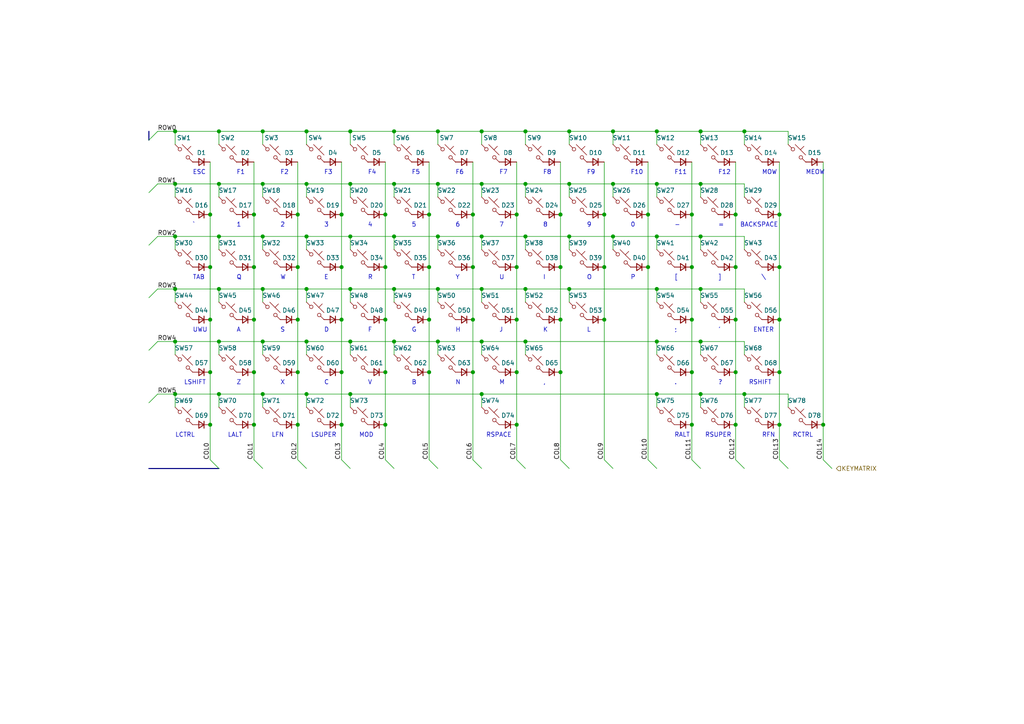
<source format=kicad_sch>
(kicad_sch (version 20210406) (generator eeschema)
  (paper "A4")
  (junction (at 50.8 38.1) (diameter 1.016))
  (junction (at 50.8 53.34) (diameter 1.016))
  (junction (at 50.8 68.58) (diameter 1.016))
  (junction (at 50.8 83.82) (diameter 1.016))
  (junction (at 50.8 99.06) (diameter 1.016))
  (junction (at 50.8 114.3) (diameter 1.016))
  (junction (at 60.96 62.23) (diameter 1.016))
  (junction (at 60.96 77.47) (diameter 1.016))
  (junction (at 60.96 92.71) (diameter 1.016))
  (junction (at 60.96 107.95) (diameter 1.016))
  (junction (at 60.96 123.19) (diameter 1.016))
  (junction (at 63.5 38.1) (diameter 1.016))
  (junction (at 63.5 53.34) (diameter 1.016))
  (junction (at 63.5 68.58) (diameter 1.016))
  (junction (at 63.5 83.82) (diameter 1.016))
  (junction (at 63.5 99.06) (diameter 1.016))
  (junction (at 63.5 114.3) (diameter 1.016))
  (junction (at 73.66 62.23) (diameter 1.016))
  (junction (at 73.66 77.47) (diameter 1.016))
  (junction (at 73.66 92.71) (diameter 1.016))
  (junction (at 73.66 107.95) (diameter 1.016))
  (junction (at 73.66 123.19) (diameter 1.016))
  (junction (at 76.2 38.1) (diameter 1.016))
  (junction (at 76.2 53.34) (diameter 1.016))
  (junction (at 76.2 68.58) (diameter 1.016))
  (junction (at 76.2 83.82) (diameter 1.016))
  (junction (at 76.2 99.06) (diameter 1.016))
  (junction (at 76.2 114.3) (diameter 1.016))
  (junction (at 86.36 62.23) (diameter 1.016))
  (junction (at 86.36 77.47) (diameter 1.016))
  (junction (at 86.36 92.71) (diameter 1.016))
  (junction (at 86.36 107.95) (diameter 1.016))
  (junction (at 86.36 123.19) (diameter 1.016))
  (junction (at 88.9 38.1) (diameter 1.016))
  (junction (at 88.9 53.34) (diameter 1.016))
  (junction (at 88.9 68.58) (diameter 1.016))
  (junction (at 88.9 83.82) (diameter 1.016))
  (junction (at 88.9 99.06) (diameter 1.016))
  (junction (at 88.9 114.3) (diameter 1.016))
  (junction (at 99.06 62.23) (diameter 1.016))
  (junction (at 99.06 77.47) (diameter 1.016))
  (junction (at 99.06 92.71) (diameter 1.016))
  (junction (at 99.06 107.95) (diameter 1.016))
  (junction (at 99.06 123.19) (diameter 1.016))
  (junction (at 101.6 38.1) (diameter 1.016))
  (junction (at 101.6 53.34) (diameter 1.016))
  (junction (at 101.6 68.58) (diameter 1.016))
  (junction (at 101.6 83.82) (diameter 1.016))
  (junction (at 101.6 99.06) (diameter 1.016))
  (junction (at 101.6 114.3) (diameter 1.016))
  (junction (at 111.76 62.23) (diameter 1.016))
  (junction (at 111.76 77.47) (diameter 1.016))
  (junction (at 111.76 92.71) (diameter 1.016))
  (junction (at 111.76 107.95) (diameter 1.016))
  (junction (at 111.76 123.19) (diameter 1.016))
  (junction (at 114.3 38.1) (diameter 1.016))
  (junction (at 114.3 53.34) (diameter 1.016))
  (junction (at 114.3 68.58) (diameter 1.016))
  (junction (at 114.3 83.82) (diameter 1.016))
  (junction (at 114.3 99.06) (diameter 1.016))
  (junction (at 124.46 62.23) (diameter 1.016))
  (junction (at 124.46 77.47) (diameter 1.016))
  (junction (at 124.46 92.71) (diameter 1.016))
  (junction (at 124.46 107.95) (diameter 1.016))
  (junction (at 127 38.1) (diameter 1.016))
  (junction (at 127 53.34) (diameter 1.016))
  (junction (at 127 68.58) (diameter 1.016))
  (junction (at 127 83.82) (diameter 1.016))
  (junction (at 127 99.06) (diameter 1.016))
  (junction (at 137.16 62.23) (diameter 1.016))
  (junction (at 137.16 77.47) (diameter 1.016))
  (junction (at 137.16 92.71) (diameter 1.016))
  (junction (at 137.16 107.95) (diameter 1.016))
  (junction (at 139.7 38.1) (diameter 1.016))
  (junction (at 139.7 53.34) (diameter 1.016))
  (junction (at 139.7 68.58) (diameter 1.016))
  (junction (at 139.7 83.82) (diameter 1.016))
  (junction (at 139.7 99.06) (diameter 1.016))
  (junction (at 139.7 114.3) (diameter 1.016))
  (junction (at 149.86 62.23) (diameter 1.016))
  (junction (at 149.86 77.47) (diameter 1.016))
  (junction (at 149.86 92.71) (diameter 1.016))
  (junction (at 149.86 107.95) (diameter 1.016))
  (junction (at 149.86 123.19) (diameter 1.016))
  (junction (at 152.4 38.1) (diameter 1.016))
  (junction (at 152.4 53.34) (diameter 1.016))
  (junction (at 152.4 68.58) (diameter 1.016))
  (junction (at 152.4 83.82) (diameter 1.016))
  (junction (at 152.4 99.06) (diameter 1.016))
  (junction (at 162.56 62.23) (diameter 1.016))
  (junction (at 162.56 77.47) (diameter 1.016))
  (junction (at 162.56 92.71) (diameter 1.016))
  (junction (at 162.56 107.95) (diameter 1.016))
  (junction (at 165.1 38.1) (diameter 1.016))
  (junction (at 165.1 53.34) (diameter 1.016))
  (junction (at 165.1 68.58) (diameter 1.016))
  (junction (at 165.1 83.82) (diameter 1.016))
  (junction (at 175.26 62.23) (diameter 1.016))
  (junction (at 175.26 77.47) (diameter 1.016))
  (junction (at 175.26 92.71) (diameter 1.016))
  (junction (at 177.8 38.1) (diameter 1.016))
  (junction (at 177.8 53.34) (diameter 1.016))
  (junction (at 177.8 68.58) (diameter 1.016))
  (junction (at 187.96 62.23) (diameter 1.016))
  (junction (at 187.96 77.47) (diameter 1.016))
  (junction (at 190.5 38.1) (diameter 1.016))
  (junction (at 190.5 53.34) (diameter 1.016))
  (junction (at 190.5 68.58) (diameter 1.016))
  (junction (at 190.5 83.82) (diameter 1.016))
  (junction (at 190.5 99.06) (diameter 1.016))
  (junction (at 190.5 114.3) (diameter 1.016))
  (junction (at 200.66 62.23) (diameter 1.016))
  (junction (at 200.66 77.47) (diameter 1.016))
  (junction (at 200.66 92.71) (diameter 1.016))
  (junction (at 200.66 107.95) (diameter 1.016))
  (junction (at 200.66 123.19) (diameter 1.016))
  (junction (at 203.2 38.1) (diameter 1.016))
  (junction (at 203.2 53.34) (diameter 1.016))
  (junction (at 203.2 68.58) (diameter 1.016))
  (junction (at 203.2 83.82) (diameter 1.016))
  (junction (at 203.2 99.06) (diameter 1.016))
  (junction (at 203.2 114.3) (diameter 1.016))
  (junction (at 213.36 62.23) (diameter 1.016))
  (junction (at 213.36 77.47) (diameter 1.016))
  (junction (at 213.36 92.71) (diameter 1.016))
  (junction (at 213.36 107.95) (diameter 1.016))
  (junction (at 213.36 123.19) (diameter 1.016))
  (junction (at 215.9 38.1) (diameter 1.016))
  (junction (at 215.9 114.3) (diameter 1.016))
  (junction (at 226.06 62.23) (diameter 1.016))
  (junction (at 226.06 77.47) (diameter 1.016))
  (junction (at 226.06 92.71) (diameter 1.016))
  (junction (at 226.06 107.95) (diameter 1.016))
  (junction (at 226.06 123.19) (diameter 1.016))
  (junction (at 238.76 123.19) (diameter 1.016))
  (bus_entry (at 45.72 38.1) (size -2.54 2.54) (stroke (width 0.1524)))
  (bus_entry (at 45.72 53.34) (size -2.54 2.54) (stroke (width 0.1524)))
  (bus_entry (at 45.72 68.58) (size -2.54 2.54) (stroke (width 0.1524)))
  (bus_entry (at 45.72 83.82) (size -2.54 2.54) (stroke (width 0.1524)))
  (bus_entry (at 45.72 99.06) (size -2.54 2.54) (stroke (width 0.1524)))
  (bus_entry (at 45.72 114.3) (size -2.54 2.54) (stroke (width 0.1524)))
  (bus_entry (at 60.96 133.35) (size 2.54 2.54) (stroke (width 0.1524)))
  (bus_entry (at 73.66 133.35) (size 2.54 2.54) (stroke (width 0.1524)))
  (bus_entry (at 86.36 133.35) (size 2.54 2.54) (stroke (width 0.1524)))
  (bus_entry (at 99.06 133.35) (size 2.54 2.54) (stroke (width 0.1524)))
  (bus_entry (at 111.76 133.35) (size 2.54 2.54) (stroke (width 0.1524)))
  (bus_entry (at 124.46 133.35) (size 2.54 2.54) (stroke (width 0.1524)))
  (bus_entry (at 137.16 133.35) (size 2.54 2.54) (stroke (width 0.1524)))
  (bus_entry (at 149.86 133.35) (size 2.54 2.54) (stroke (width 0.1524)))
  (bus_entry (at 162.56 133.35) (size 2.54 2.54) (stroke (width 0.1524)))
  (bus_entry (at 175.26 133.35) (size 2.54 2.54) (stroke (width 0.1524)))
  (bus_entry (at 187.96 133.35) (size 2.54 2.54) (stroke (width 0.1524)))
  (bus_entry (at 200.66 133.35) (size 2.54 2.54) (stroke (width 0.1524)))
  (bus_entry (at 213.36 133.35) (size 2.54 2.54) (stroke (width 0.1524)))
  (bus_entry (at 226.06 133.35) (size 2.54 2.54) (stroke (width 0.1524)))
  (bus_entry (at 238.76 133.35) (size 2.54 2.54) (stroke (width 0.1524)))
  (wire (pts (xy 45.72 38.1) (xy 50.8 38.1)))
  (wire (pts (xy 45.72 53.34) (xy 50.8 53.34)))
  (wire (pts (xy 45.72 68.58) (xy 50.8 68.58)))
  (wire (pts (xy 45.72 83.82) (xy 50.8 83.82)))
  (wire (pts (xy 45.72 99.06) (xy 50.8 99.06)))
  (wire (pts (xy 45.72 114.3) (xy 50.8 114.3)))
  (wire (pts (xy 50.8 38.1) (xy 50.8 41.91)))
  (wire (pts (xy 50.8 38.1) (xy 63.5 38.1)))
  (wire (pts (xy 50.8 53.34) (xy 50.8 57.15)))
  (wire (pts (xy 50.8 53.34) (xy 63.5 53.34)))
  (wire (pts (xy 50.8 68.58) (xy 50.8 72.39)))
  (wire (pts (xy 50.8 68.58) (xy 63.5 68.58)))
  (wire (pts (xy 50.8 83.82) (xy 50.8 87.63)))
  (wire (pts (xy 50.8 83.82) (xy 63.5 83.82)))
  (wire (pts (xy 50.8 99.06) (xy 50.8 102.87)))
  (wire (pts (xy 50.8 99.06) (xy 63.5 99.06)))
  (wire (pts (xy 50.8 114.3) (xy 50.8 118.11)))
  (wire (pts (xy 50.8 114.3) (xy 63.5 114.3)))
  (wire (pts (xy 60.96 46.99) (xy 60.96 62.23)))
  (wire (pts (xy 60.96 62.23) (xy 60.96 77.47)))
  (wire (pts (xy 60.96 77.47) (xy 60.96 92.71)))
  (wire (pts (xy 60.96 92.71) (xy 60.96 107.95)))
  (wire (pts (xy 60.96 107.95) (xy 60.96 123.19)))
  (wire (pts (xy 60.96 123.19) (xy 60.96 133.35)))
  (wire (pts (xy 63.5 38.1) (xy 63.5 41.91)))
  (wire (pts (xy 63.5 38.1) (xy 76.2 38.1)))
  (wire (pts (xy 63.5 53.34) (xy 63.5 57.15)))
  (wire (pts (xy 63.5 53.34) (xy 76.2 53.34)))
  (wire (pts (xy 63.5 68.58) (xy 63.5 72.39)))
  (wire (pts (xy 63.5 68.58) (xy 76.2 68.58)))
  (wire (pts (xy 63.5 83.82) (xy 63.5 87.63)))
  (wire (pts (xy 63.5 83.82) (xy 76.2 83.82)))
  (wire (pts (xy 63.5 99.06) (xy 63.5 102.87)))
  (wire (pts (xy 63.5 99.06) (xy 76.2 99.06)))
  (wire (pts (xy 63.5 114.3) (xy 63.5 118.11)))
  (wire (pts (xy 63.5 114.3) (xy 76.2 114.3)))
  (wire (pts (xy 73.66 46.99) (xy 73.66 62.23)))
  (wire (pts (xy 73.66 62.23) (xy 73.66 77.47)))
  (wire (pts (xy 73.66 77.47) (xy 73.66 92.71)))
  (wire (pts (xy 73.66 92.71) (xy 73.66 107.95)))
  (wire (pts (xy 73.66 107.95) (xy 73.66 123.19)))
  (wire (pts (xy 73.66 123.19) (xy 73.66 133.35)))
  (wire (pts (xy 76.2 38.1) (xy 76.2 41.91)))
  (wire (pts (xy 76.2 38.1) (xy 88.9 38.1)))
  (wire (pts (xy 76.2 53.34) (xy 76.2 57.15)))
  (wire (pts (xy 76.2 53.34) (xy 88.9 53.34)))
  (wire (pts (xy 76.2 68.58) (xy 76.2 72.39)))
  (wire (pts (xy 76.2 68.58) (xy 88.9 68.58)))
  (wire (pts (xy 76.2 83.82) (xy 76.2 87.63)))
  (wire (pts (xy 76.2 83.82) (xy 88.9 83.82)))
  (wire (pts (xy 76.2 99.06) (xy 76.2 102.87)))
  (wire (pts (xy 76.2 99.06) (xy 88.9 99.06)))
  (wire (pts (xy 76.2 114.3) (xy 76.2 118.11)))
  (wire (pts (xy 76.2 114.3) (xy 88.9 114.3)))
  (wire (pts (xy 86.36 46.99) (xy 86.36 62.23)))
  (wire (pts (xy 86.36 62.23) (xy 86.36 77.47)))
  (wire (pts (xy 86.36 77.47) (xy 86.36 92.71)))
  (wire (pts (xy 86.36 92.71) (xy 86.36 107.95)))
  (wire (pts (xy 86.36 107.95) (xy 86.36 123.19)))
  (wire (pts (xy 86.36 123.19) (xy 86.36 133.35)))
  (wire (pts (xy 88.9 38.1) (xy 88.9 41.91)))
  (wire (pts (xy 88.9 38.1) (xy 101.6 38.1)))
  (wire (pts (xy 88.9 53.34) (xy 88.9 57.15)))
  (wire (pts (xy 88.9 53.34) (xy 101.6 53.34)))
  (wire (pts (xy 88.9 68.58) (xy 88.9 72.39)))
  (wire (pts (xy 88.9 68.58) (xy 101.6 68.58)))
  (wire (pts (xy 88.9 83.82) (xy 88.9 87.63)))
  (wire (pts (xy 88.9 83.82) (xy 101.6 83.82)))
  (wire (pts (xy 88.9 99.06) (xy 88.9 102.87)))
  (wire (pts (xy 88.9 99.06) (xy 101.6 99.06)))
  (wire (pts (xy 88.9 114.3) (xy 88.9 118.11)))
  (wire (pts (xy 88.9 114.3) (xy 101.6 114.3)))
  (wire (pts (xy 99.06 46.99) (xy 99.06 62.23)))
  (wire (pts (xy 99.06 62.23) (xy 99.06 77.47)))
  (wire (pts (xy 99.06 77.47) (xy 99.06 92.71)))
  (wire (pts (xy 99.06 92.71) (xy 99.06 107.95)))
  (wire (pts (xy 99.06 107.95) (xy 99.06 123.19)))
  (wire (pts (xy 99.06 123.19) (xy 99.06 133.35)))
  (wire (pts (xy 101.6 38.1) (xy 101.6 41.91)))
  (wire (pts (xy 101.6 38.1) (xy 114.3 38.1)))
  (wire (pts (xy 101.6 53.34) (xy 101.6 57.15)))
  (wire (pts (xy 101.6 53.34) (xy 114.3 53.34)))
  (wire (pts (xy 101.6 68.58) (xy 101.6 72.39)))
  (wire (pts (xy 101.6 68.58) (xy 114.3 68.58)))
  (wire (pts (xy 101.6 83.82) (xy 101.6 87.63)))
  (wire (pts (xy 101.6 83.82) (xy 114.3 83.82)))
  (wire (pts (xy 101.6 99.06) (xy 101.6 102.87)))
  (wire (pts (xy 101.6 99.06) (xy 114.3 99.06)))
  (wire (pts (xy 101.6 114.3) (xy 101.6 118.11)))
  (wire (pts (xy 101.6 114.3) (xy 139.7 114.3)))
  (wire (pts (xy 111.76 46.99) (xy 111.76 62.23)))
  (wire (pts (xy 111.76 62.23) (xy 111.76 77.47)))
  (wire (pts (xy 111.76 77.47) (xy 111.76 92.71)))
  (wire (pts (xy 111.76 92.71) (xy 111.76 107.95)))
  (wire (pts (xy 111.76 107.95) (xy 111.76 123.19)))
  (wire (pts (xy 111.76 123.19) (xy 111.76 133.35)))
  (wire (pts (xy 114.3 38.1) (xy 114.3 41.91)))
  (wire (pts (xy 114.3 38.1) (xy 127 38.1)))
  (wire (pts (xy 114.3 53.34) (xy 114.3 57.15)))
  (wire (pts (xy 114.3 53.34) (xy 127 53.34)))
  (wire (pts (xy 114.3 68.58) (xy 114.3 72.39)))
  (wire (pts (xy 114.3 68.58) (xy 127 68.58)))
  (wire (pts (xy 114.3 83.82) (xy 114.3 87.63)))
  (wire (pts (xy 114.3 83.82) (xy 127 83.82)))
  (wire (pts (xy 114.3 99.06) (xy 114.3 102.87)))
  (wire (pts (xy 114.3 99.06) (xy 127 99.06)))
  (wire (pts (xy 124.46 46.99) (xy 124.46 62.23)))
  (wire (pts (xy 124.46 62.23) (xy 124.46 77.47)))
  (wire (pts (xy 124.46 77.47) (xy 124.46 92.71)))
  (wire (pts (xy 124.46 92.71) (xy 124.46 107.95)))
  (wire (pts (xy 124.46 107.95) (xy 124.46 133.35)))
  (wire (pts (xy 127 38.1) (xy 127 41.91)))
  (wire (pts (xy 127 38.1) (xy 139.7 38.1)))
  (wire (pts (xy 127 53.34) (xy 127 57.15)))
  (wire (pts (xy 127 53.34) (xy 139.7 53.34)))
  (wire (pts (xy 127 68.58) (xy 127 72.39)))
  (wire (pts (xy 127 68.58) (xy 139.7 68.58)))
  (wire (pts (xy 127 83.82) (xy 127 87.63)))
  (wire (pts (xy 127 83.82) (xy 139.7 83.82)))
  (wire (pts (xy 127 99.06) (xy 127 102.87)))
  (wire (pts (xy 127 99.06) (xy 139.7 99.06)))
  (wire (pts (xy 137.16 46.99) (xy 137.16 62.23)))
  (wire (pts (xy 137.16 62.23) (xy 137.16 77.47)))
  (wire (pts (xy 137.16 77.47) (xy 137.16 92.71)))
  (wire (pts (xy 137.16 92.71) (xy 137.16 107.95)))
  (wire (pts (xy 137.16 107.95) (xy 137.16 133.35)))
  (wire (pts (xy 139.7 38.1) (xy 139.7 41.91)))
  (wire (pts (xy 139.7 38.1) (xy 152.4 38.1)))
  (wire (pts (xy 139.7 53.34) (xy 139.7 57.15)))
  (wire (pts (xy 139.7 53.34) (xy 152.4 53.34)))
  (wire (pts (xy 139.7 68.58) (xy 139.7 72.39)))
  (wire (pts (xy 139.7 68.58) (xy 152.4 68.58)))
  (wire (pts (xy 139.7 83.82) (xy 139.7 87.63)))
  (wire (pts (xy 139.7 83.82) (xy 152.4 83.82)))
  (wire (pts (xy 139.7 99.06) (xy 139.7 102.87)))
  (wire (pts (xy 139.7 99.06) (xy 152.4 99.06)))
  (wire (pts (xy 139.7 114.3) (xy 139.7 118.11)))
  (wire (pts (xy 139.7 114.3) (xy 190.5 114.3)))
  (wire (pts (xy 149.86 46.99) (xy 149.86 62.23)))
  (wire (pts (xy 149.86 62.23) (xy 149.86 77.47)))
  (wire (pts (xy 149.86 77.47) (xy 149.86 92.71)))
  (wire (pts (xy 149.86 92.71) (xy 149.86 107.95)))
  (wire (pts (xy 149.86 107.95) (xy 149.86 123.19)))
  (wire (pts (xy 149.86 123.19) (xy 149.86 133.35)))
  (wire (pts (xy 152.4 38.1) (xy 152.4 41.91)))
  (wire (pts (xy 152.4 38.1) (xy 165.1 38.1)))
  (wire (pts (xy 152.4 53.34) (xy 152.4 57.15)))
  (wire (pts (xy 152.4 53.34) (xy 165.1 53.34)))
  (wire (pts (xy 152.4 68.58) (xy 152.4 72.39)))
  (wire (pts (xy 152.4 68.58) (xy 165.1 68.58)))
  (wire (pts (xy 152.4 83.82) (xy 152.4 87.63)))
  (wire (pts (xy 152.4 83.82) (xy 165.1 83.82)))
  (wire (pts (xy 152.4 99.06) (xy 152.4 102.87)))
  (wire (pts (xy 152.4 99.06) (xy 190.5 99.06)))
  (wire (pts (xy 162.56 46.99) (xy 162.56 62.23)))
  (wire (pts (xy 162.56 62.23) (xy 162.56 77.47)))
  (wire (pts (xy 162.56 77.47) (xy 162.56 92.71)))
  (wire (pts (xy 162.56 92.71) (xy 162.56 107.95)))
  (wire (pts (xy 162.56 107.95) (xy 162.56 133.35)))
  (wire (pts (xy 165.1 38.1) (xy 165.1 41.91)))
  (wire (pts (xy 165.1 38.1) (xy 177.8 38.1)))
  (wire (pts (xy 165.1 53.34) (xy 165.1 57.15)))
  (wire (pts (xy 165.1 53.34) (xy 177.8 53.34)))
  (wire (pts (xy 165.1 68.58) (xy 165.1 72.39)))
  (wire (pts (xy 165.1 68.58) (xy 177.8 68.58)))
  (wire (pts (xy 165.1 83.82) (xy 165.1 87.63)))
  (wire (pts (xy 165.1 83.82) (xy 190.5 83.82)))
  (wire (pts (xy 175.26 46.99) (xy 175.26 62.23)))
  (wire (pts (xy 175.26 62.23) (xy 175.26 77.47)))
  (wire (pts (xy 175.26 77.47) (xy 175.26 92.71)))
  (wire (pts (xy 175.26 92.71) (xy 175.26 133.35)))
  (wire (pts (xy 177.8 38.1) (xy 177.8 41.91)))
  (wire (pts (xy 177.8 38.1) (xy 190.5 38.1)))
  (wire (pts (xy 177.8 53.34) (xy 177.8 57.15)))
  (wire (pts (xy 177.8 53.34) (xy 190.5 53.34)))
  (wire (pts (xy 177.8 68.58) (xy 177.8 72.39)))
  (wire (pts (xy 177.8 68.58) (xy 190.5 68.58)))
  (wire (pts (xy 187.96 46.99) (xy 187.96 62.23)))
  (wire (pts (xy 187.96 62.23) (xy 187.96 77.47)))
  (wire (pts (xy 187.96 77.47) (xy 187.96 133.35)))
  (wire (pts (xy 190.5 38.1) (xy 190.5 41.91)))
  (wire (pts (xy 190.5 38.1) (xy 203.2 38.1)))
  (wire (pts (xy 190.5 53.34) (xy 190.5 57.15)))
  (wire (pts (xy 190.5 53.34) (xy 203.2 53.34)))
  (wire (pts (xy 190.5 68.58) (xy 190.5 72.39)))
  (wire (pts (xy 190.5 68.58) (xy 203.2 68.58)))
  (wire (pts (xy 190.5 83.82) (xy 190.5 87.63)))
  (wire (pts (xy 190.5 83.82) (xy 203.2 83.82)))
  (wire (pts (xy 190.5 99.06) (xy 190.5 102.87)))
  (wire (pts (xy 190.5 99.06) (xy 203.2 99.06)))
  (wire (pts (xy 190.5 114.3) (xy 190.5 118.11)))
  (wire (pts (xy 190.5 114.3) (xy 203.2 114.3)))
  (wire (pts (xy 200.66 46.99) (xy 200.66 62.23)))
  (wire (pts (xy 200.66 62.23) (xy 200.66 77.47)))
  (wire (pts (xy 200.66 77.47) (xy 200.66 92.71)))
  (wire (pts (xy 200.66 92.71) (xy 200.66 107.95)))
  (wire (pts (xy 200.66 107.95) (xy 200.66 123.19)))
  (wire (pts (xy 200.66 123.19) (xy 200.66 133.35)))
  (wire (pts (xy 203.2 38.1) (xy 203.2 41.91)))
  (wire (pts (xy 203.2 38.1) (xy 215.9 38.1)))
  (wire (pts (xy 203.2 53.34) (xy 203.2 57.15)))
  (wire (pts (xy 203.2 53.34) (xy 215.9 53.34)))
  (wire (pts (xy 203.2 68.58) (xy 203.2 72.39)))
  (wire (pts (xy 203.2 68.58) (xy 215.9 68.58)))
  (wire (pts (xy 203.2 83.82) (xy 203.2 87.63)))
  (wire (pts (xy 203.2 83.82) (xy 215.9 83.82)))
  (wire (pts (xy 203.2 99.06) (xy 203.2 102.87)))
  (wire (pts (xy 203.2 99.06) (xy 215.9 99.06)))
  (wire (pts (xy 203.2 114.3) (xy 203.2 118.11)))
  (wire (pts (xy 203.2 114.3) (xy 215.9 114.3)))
  (wire (pts (xy 213.36 46.99) (xy 213.36 62.23)))
  (wire (pts (xy 213.36 62.23) (xy 213.36 77.47)))
  (wire (pts (xy 213.36 77.47) (xy 213.36 92.71)))
  (wire (pts (xy 213.36 92.71) (xy 213.36 107.95)))
  (wire (pts (xy 213.36 107.95) (xy 213.36 123.19)))
  (wire (pts (xy 213.36 123.19) (xy 213.36 133.35)))
  (wire (pts (xy 215.9 38.1) (xy 215.9 41.91)))
  (wire (pts (xy 215.9 38.1) (xy 228.6 38.1)))
  (wire (pts (xy 215.9 53.34) (xy 215.9 57.15)))
  (wire (pts (xy 215.9 68.58) (xy 215.9 72.39)))
  (wire (pts (xy 215.9 87.63) (xy 215.9 83.82)))
  (wire (pts (xy 215.9 99.06) (xy 215.9 102.87)))
  (wire (pts (xy 215.9 114.3) (xy 215.9 118.11)))
  (wire (pts (xy 215.9 114.3) (xy 228.6 114.3)))
  (wire (pts (xy 226.06 46.99) (xy 226.06 62.23)))
  (wire (pts (xy 226.06 62.23) (xy 226.06 77.47)))
  (wire (pts (xy 226.06 77.47) (xy 226.06 92.71)))
  (wire (pts (xy 226.06 92.71) (xy 226.06 107.95)))
  (wire (pts (xy 226.06 107.95) (xy 226.06 123.19)))
  (wire (pts (xy 226.06 123.19) (xy 226.06 133.35)))
  (wire (pts (xy 228.6 38.1) (xy 228.6 41.91)))
  (wire (pts (xy 228.6 114.3) (xy 228.6 118.11)))
  (wire (pts (xy 238.76 46.99) (xy 238.76 123.19)))
  (wire (pts (xy 238.76 123.19) (xy 238.76 133.35)))
  (bus (pts (xy 43.18 38.1) (xy 43.18 135.89)))
  (bus (pts (xy 43.18 135.89) (xy 242.57 135.89)))
  (text "LCTRL" (at 50.8 127 0) (effects (font (size 1.27 1.27)) (justify left bottom)))
  (text "LSHIFT" (at 53.34 111.76 0) (effects (font (size 1.27 1.27)) (justify left bottom)))
  (text "ESC" (at 55.88 50.8 0) (effects (font (size 1.27 1.27)) (justify left bottom)))
  (text "`" (at 55.88 66.04 0) (effects (font (size 1.27 1.27)) (justify left bottom)))
  (text "TAB" (at 55.88 81.28 0) (effects (font (size 1.27 1.27)) (justify left bottom)))
  (text "UWU" (at 55.88 96.52 0) (effects (font (size 1.27 1.27)) (justify left bottom)))
  (text "LALT" (at 66.04 127 0) (effects (font (size 1.27 1.27)) (justify left bottom)))
  (text "F1" (at 68.58 50.8 0) (effects (font (size 1.27 1.27)) (justify left bottom)))
  (text "1" (at 68.58 66.04 0) (effects (font (size 1.27 1.27)) (justify left bottom)))
  (text "Q" (at 68.58 81.28 0) (effects (font (size 1.27 1.27)) (justify left bottom)))
  (text "A" (at 68.58 96.52 0) (effects (font (size 1.27 1.27)) (justify left bottom)))
  (text "Z" (at 68.58 111.76 0) (effects (font (size 1.27 1.27)) (justify left bottom)))
  (text "LFN" (at 78.74 127 0) (effects (font (size 1.27 1.27)) (justify left bottom)))
  (text "F2" (at 81.28 50.8 0) (effects (font (size 1.27 1.27)) (justify left bottom)))
  (text "2" (at 81.28 66.04 0) (effects (font (size 1.27 1.27)) (justify left bottom)))
  (text "W" (at 81.28 81.28 0) (effects (font (size 1.27 1.27)) (justify left bottom)))
  (text "S" (at 81.28 96.52 0) (effects (font (size 1.27 1.27)) (justify left bottom)))
  (text "X" (at 81.28 111.76 0) (effects (font (size 1.27 1.27)) (justify left bottom)))
  (text "LSUPER" (at 90.17 127 0) (effects (font (size 1.27 1.27)) (justify left bottom)))
  (text "F3" (at 93.98 50.8 0) (effects (font (size 1.27 1.27)) (justify left bottom)))
  (text "3" (at 93.98 66.04 0) (effects (font (size 1.27 1.27)) (justify left bottom)))
  (text "E" (at 93.98 81.28 0) (effects (font (size 1.27 1.27)) (justify left bottom)))
  (text "D" (at 93.98 96.52 0) (effects (font (size 1.27 1.27)) (justify left bottom)))
  (text "C" (at 93.98 111.76 0) (effects (font (size 1.27 1.27)) (justify left bottom)))
  (text "MOD" (at 104.14 127 0) (effects (font (size 1.27 1.27)) (justify left bottom)))
  (text "F4" (at 106.68 50.8 0) (effects (font (size 1.27 1.27)) (justify left bottom)))
  (text "4" (at 106.68 66.04 0) (effects (font (size 1.27 1.27)) (justify left bottom)))
  (text "R" (at 106.68 81.28 0) (effects (font (size 1.27 1.27)) (justify left bottom)))
  (text "F" (at 106.68 96.52 0) (effects (font (size 1.27 1.27)) (justify left bottom)))
  (text "V" (at 106.68 111.76 0) (effects (font (size 1.27 1.27)) (justify left bottom)))
  (text "F5" (at 119.38 50.8 0) (effects (font (size 1.27 1.27)) (justify left bottom)))
  (text "5" (at 119.38 66.04 0) (effects (font (size 1.27 1.27)) (justify left bottom)))
  (text "T" (at 119.38 81.28 0) (effects (font (size 1.27 1.27)) (justify left bottom)))
  (text "G" (at 119.38 96.52 0) (effects (font (size 1.27 1.27)) (justify left bottom)))
  (text "B" (at 119.38 111.76 0) (effects (font (size 1.27 1.27)) (justify left bottom)))
  (text "F6" (at 132.08 50.8 0) (effects (font (size 1.27 1.27)) (justify left bottom)))
  (text "6" (at 132.08 66.04 0) (effects (font (size 1.27 1.27)) (justify left bottom)))
  (text "Y" (at 132.08 81.28 0) (effects (font (size 1.27 1.27)) (justify left bottom)))
  (text "H" (at 132.08 96.52 0) (effects (font (size 1.27 1.27)) (justify left bottom)))
  (text "N" (at 132.08 111.76 0) (effects (font (size 1.27 1.27)) (justify left bottom)))
  (text "RSPACE" (at 140.97 127 0) (effects (font (size 1.27 1.27)) (justify left bottom)))
  (text "F7" (at 144.78 50.8 0) (effects (font (size 1.27 1.27)) (justify left bottom)))
  (text "7" (at 144.78 66.04 0) (effects (font (size 1.27 1.27)) (justify left bottom)))
  (text "U" (at 144.78 81.28 0) (effects (font (size 1.27 1.27)) (justify left bottom)))
  (text "J" (at 144.78 96.52 0) (effects (font (size 1.27 1.27)) (justify left bottom)))
  (text "M" (at 144.78 111.76 0) (effects (font (size 1.27 1.27)) (justify left bottom)))
  (text "F8" (at 157.48 50.8 0) (effects (font (size 1.27 1.27)) (justify left bottom)))
  (text "8" (at 157.48 66.04 0) (effects (font (size 1.27 1.27)) (justify left bottom)))
  (text "I" (at 157.48 81.28 0) (effects (font (size 1.27 1.27)) (justify left bottom)))
  (text "K" (at 157.48 96.52 0) (effects (font (size 1.27 1.27)) (justify left bottom)))
  (text "," (at 157.48 111.76 0) (effects (font (size 1.27 1.27)) (justify left bottom)))
  (text "F9" (at 170.18 50.8 0) (effects (font (size 1.27 1.27)) (justify left bottom)))
  (text "9" (at 170.18 66.04 0) (effects (font (size 1.27 1.27)) (justify left bottom)))
  (text "O" (at 170.18 81.28 0) (effects (font (size 1.27 1.27)) (justify left bottom)))
  (text "L" (at 170.18 96.52 0) (effects (font (size 1.27 1.27)) (justify left bottom)))
  (text "F10" (at 182.88 50.8 0) (effects (font (size 1.27 1.27)) (justify left bottom)))
  (text "0" (at 182.88 66.04 0) (effects (font (size 1.27 1.27)) (justify left bottom)))
  (text "P" (at 182.88 81.28 0) (effects (font (size 1.27 1.27)) (justify left bottom)))
  (text "F11" (at 195.58 50.8 0) (effects (font (size 1.27 1.27)) (justify left bottom)))
  (text "-" (at 195.58 66.04 0) (effects (font (size 1.27 1.27)) (justify left bottom)))
  (text "[" (at 195.58 81.28 0) (effects (font (size 1.27 1.27)) (justify left bottom)))
  (text ";" (at 195.58 96.52 0) (effects (font (size 1.27 1.27)) (justify left bottom)))
  (text "." (at 195.58 111.76 0) (effects (font (size 1.27 1.27)) (justify left bottom)))
  (text "RALT" (at 195.58 127 0) (effects (font (size 1.27 1.27)) (justify left bottom)))
  (text "RSUPER" (at 204.47 127 0) (effects (font (size 1.27 1.27)) (justify left bottom)))
  (text "F12" (at 208.28 50.8 0) (effects (font (size 1.27 1.27)) (justify left bottom)))
  (text "=" (at 208.28 66.04 0) (effects (font (size 1.27 1.27)) (justify left bottom)))
  (text "]" (at 208.28 81.28 0) (effects (font (size 1.27 1.27)) (justify left bottom)))
  (text "'" (at 208.28 96.52 0) (effects (font (size 1.27 1.27)) (justify left bottom)))
  (text "?" (at 208.28 111.76 0) (effects (font (size 1.27 1.27)) (justify left bottom)))
  (text "BACKSPACE" (at 214.63 66.04 0) (effects (font (size 1.27 1.27)) (justify left bottom)))
  (text "RSHIFT" (at 217.17 111.76 0) (effects (font (size 1.27 1.27)) (justify left bottom)))
  (text "ENTER" (at 218.44 96.52 0) (effects (font (size 1.27 1.27)) (justify left bottom)))
  (text "MOW" (at 220.98 50.8 0) (effects (font (size 1.27 1.27)) (justify left bottom)))
  (text "\\" (at 220.98 81.28 0) (effects (font (size 1.27 1.27)) (justify left bottom)))
  (text "RFN" (at 220.98 127 0) (effects (font (size 1.27 1.27)) (justify left bottom)))
  (text "RCTRL" (at 229.87 127 0) (effects (font (size 1.27 1.27)) (justify left bottom)))
  (text "MEOW" (at 233.68 50.8 0) (effects (font (size 1.27 1.27)) (justify left bottom)))
  (label "ROW0" (at 45.72 38.1 0))
  (label "ROW1" (at 45.72 53.34 0))
  (label "ROW2" (at 45.72 68.58 0))
  (label "ROW3" (at 45.72 83.82 0))
  (label "ROW4" (at 45.72 99.06 0))
  (label "ROW5" (at 45.72 114.3 0))
  (label "COL0" (at 60.96 133.35 90))
  (label "COL1" (at 73.66 133.35 90))
  (label "COL2" (at 86.36 133.35 90))
  (label "COL3" (at 99.06 133.35 90))
  (label "COL4" (at 111.76 133.35 90))
  (label "COL5" (at 124.46 133.35 90))
  (label "COL6" (at 137.16 133.35 90))
  (label "COL7" (at 149.86 133.35 90))
  (label "COL8" (at 162.56 133.35 90))
  (label "COL9" (at 175.26 133.35 90))
  (label "COL10" (at 187.96 133.35 90))
  (label "COL11" (at 200.66 133.35 90))
  (label "COL12" (at 213.36 133.35 90))
  (label "COL13" (at 226.06 133.35 90))
  (label "COL14" (at 238.76 133.35 90))
  (hierarchical_label "KEYMATRIX" (shape input) (at 242.57 135.89 0))
  (symbol (lib_id "Device:D_Small") (at 58.42 46.99 180) (unit 1)
    (property "Reference" "D1" (at 58.42 44.304 0))
    (property "Value" "D_Small" (effects hide))
    (property "Footprint" "Diode_SMD:D_SOD-123F" (effects hide))
  )
  (symbol (lib_id "Device:D_Small") (at 58.42 62.23 180) (unit 1)
    (property "Reference" "D16" (at 58.42 59.544 0))
    (property "Value" "D_Small" (effects hide))
    (property "Footprint" "Diode_SMD:D_SOD-123F" (effects hide))
  )
  (symbol (lib_id "Device:D_Small") (at 58.42 77.47 180) (unit 1)
    (property "Reference" "D30" (at 58.42 74.784 0))
    (property "Value" "D_Small" (effects hide))
    (property "Footprint" "Diode_SMD:D_SOD-123F" (effects hide))
  )
  (symbol (lib_id "Device:D_Small") (at 58.42 92.71 180) (unit 1)
    (property "Reference" "D44" (at 58.42 90.024 0))
    (property "Value" "D_Small" (effects hide))
    (property "Footprint" "Diode_SMD:D_SOD-123F" (effects hide))
  )
  (symbol (lib_id "Device:D_Small") (at 58.42 107.95 180) (unit 1)
    (property "Reference" "D57" (at 58.42 105.264 0))
    (property "Value" "D_Small" (effects hide))
    (property "Footprint" "Diode_SMD:D_SOD-123F" (effects hide))
  )
  (symbol (lib_id "Device:D_Small") (at 58.42 123.19 180) (unit 1)
    (property "Reference" "D69" (at 58.42 120.504 0))
    (property "Value" "D_Small" (effects hide))
    (property "Footprint" "Diode_SMD:D_SOD-123F" (effects hide))
  )
  (symbol (lib_id "Device:D_Small") (at 71.12 46.99 180) (unit 1)
    (property "Reference" "D2" (at 71.12 44.304 0))
    (property "Value" "D_Small" (effects hide))
    (property "Footprint" "Diode_SMD:D_SOD-123F" (effects hide))
  )
  (symbol (lib_id "Device:D_Small") (at 71.12 62.23 180) (unit 1)
    (property "Reference" "D17" (at 71.12 59.544 0))
    (property "Value" "D_Small" (effects hide))
    (property "Footprint" "Diode_SMD:D_SOD-123F" (effects hide))
  )
  (symbol (lib_id "Device:D_Small") (at 71.12 77.47 180) (unit 1)
    (property "Reference" "D31" (at 71.12 74.784 0))
    (property "Value" "D_Small" (effects hide))
    (property "Footprint" "Diode_SMD:D_SOD-123F" (effects hide))
  )
  (symbol (lib_id "Device:D_Small") (at 71.12 92.71 180) (unit 1)
    (property "Reference" "D45" (at 71.12 90.024 0))
    (property "Value" "D_Small" (effects hide))
    (property "Footprint" "Diode_SMD:D_SOD-123F" (effects hide))
  )
  (symbol (lib_id "Device:D_Small") (at 71.12 107.95 180) (unit 1)
    (property "Reference" "D58" (at 71.12 105.264 0))
    (property "Value" "D_Small" (effects hide))
    (property "Footprint" "Diode_SMD:D_SOD-123F" (effects hide))
  )
  (symbol (lib_id "Device:D_Small") (at 71.12 123.19 180) (unit 1)
    (property "Reference" "D70" (at 71.12 120.504 0))
    (property "Value" "D_Small" (effects hide))
    (property "Footprint" "Diode_SMD:D_SOD-123F" (effects hide))
  )
  (symbol (lib_id "Device:D_Small") (at 83.82 46.99 180) (unit 1)
    (property "Reference" "D3" (at 83.82 44.304 0))
    (property "Value" "D_Small" (effects hide))
    (property "Footprint" "Diode_SMD:D_SOD-123F" (effects hide))
  )
  (symbol (lib_id "Device:D_Small") (at 83.82 62.23 180) (unit 1)
    (property "Reference" "D18" (at 83.82 59.544 0))
    (property "Value" "D_Small" (effects hide))
    (property "Footprint" "Diode_SMD:D_SOD-123F" (effects hide))
  )
  (symbol (lib_id "Device:D_Small") (at 83.82 77.47 180) (unit 1)
    (property "Reference" "D32" (at 83.82 74.784 0))
    (property "Value" "D_Small" (effects hide))
    (property "Footprint" "Diode_SMD:D_SOD-123F" (effects hide))
  )
  (symbol (lib_id "Device:D_Small") (at 83.82 92.71 180) (unit 1)
    (property "Reference" "D46" (at 83.82 90.024 0))
    (property "Value" "D_Small" (effects hide))
    (property "Footprint" "Diode_SMD:D_SOD-123F" (effects hide))
  )
  (symbol (lib_id "Device:D_Small") (at 83.82 107.95 180) (unit 1)
    (property "Reference" "D59" (at 83.82 105.264 0))
    (property "Value" "D_Small" (effects hide))
    (property "Footprint" "Diode_SMD:D_SOD-123F" (effects hide))
  )
  (symbol (lib_id "Device:D_Small") (at 83.82 123.19 180) (unit 1)
    (property "Reference" "D71" (at 83.82 120.504 0))
    (property "Value" "D_Small" (effects hide))
    (property "Footprint" "Diode_SMD:D_SOD-123F" (effects hide))
  )
  (symbol (lib_id "Device:D_Small") (at 96.52 46.99 180) (unit 1)
    (property "Reference" "D4" (at 96.52 44.304 0))
    (property "Value" "D_Small" (effects hide))
    (property "Footprint" "Diode_SMD:D_SOD-123F" (effects hide))
  )
  (symbol (lib_id "Device:D_Small") (at 96.52 62.23 180) (unit 1)
    (property "Reference" "D19" (at 96.52 59.544 0))
    (property "Value" "D_Small" (effects hide))
    (property "Footprint" "Diode_SMD:D_SOD-123F" (effects hide))
  )
  (symbol (lib_id "Device:D_Small") (at 96.52 77.47 180) (unit 1)
    (property "Reference" "D33" (at 96.52 74.784 0))
    (property "Value" "D_Small" (effects hide))
    (property "Footprint" "Diode_SMD:D_SOD-123F" (effects hide))
  )
  (symbol (lib_id "Device:D_Small") (at 96.52 92.71 180) (unit 1)
    (property "Reference" "D47" (at 96.52 90.024 0))
    (property "Value" "D_Small" (effects hide))
    (property "Footprint" "Diode_SMD:D_SOD-123F" (effects hide))
  )
  (symbol (lib_id "Device:D_Small") (at 96.52 107.95 180) (unit 1)
    (property "Reference" "D60" (at 96.52 105.264 0))
    (property "Value" "D_Small" (effects hide))
    (property "Footprint" "Diode_SMD:D_SOD-123F" (effects hide))
  )
  (symbol (lib_id "Device:D_Small") (at 96.52 123.19 180) (unit 1)
    (property "Reference" "D72" (at 96.52 120.504 0))
    (property "Value" "D_Small" (effects hide))
    (property "Footprint" "Diode_SMD:D_SOD-123F" (effects hide))
  )
  (symbol (lib_id "Device:D_Small") (at 109.22 46.99 180) (unit 1)
    (property "Reference" "D5" (at 109.22 44.304 0))
    (property "Value" "D_Small" (effects hide))
    (property "Footprint" "Diode_SMD:D_SOD-123F" (effects hide))
  )
  (symbol (lib_id "Device:D_Small") (at 109.22 62.23 180) (unit 1)
    (property "Reference" "D20" (at 109.22 59.544 0))
    (property "Value" "D_Small" (effects hide))
    (property "Footprint" "Diode_SMD:D_SOD-123F" (effects hide))
  )
  (symbol (lib_id "Device:D_Small") (at 109.22 77.47 180) (unit 1)
    (property "Reference" "D34" (at 109.22 74.784 0))
    (property "Value" "D_Small" (effects hide))
    (property "Footprint" "Diode_SMD:D_SOD-123F" (effects hide))
  )
  (symbol (lib_id "Device:D_Small") (at 109.22 92.71 180) (unit 1)
    (property "Reference" "D48" (at 109.22 90.024 0))
    (property "Value" "D_Small" (effects hide))
    (property "Footprint" "Diode_SMD:D_SOD-123F" (effects hide))
  )
  (symbol (lib_id "Device:D_Small") (at 109.22 107.95 180) (unit 1)
    (property "Reference" "D61" (at 109.22 105.264 0))
    (property "Value" "D_Small" (effects hide))
    (property "Footprint" "Diode_SMD:D_SOD-123F" (effects hide))
  )
  (symbol (lib_id "Device:D_Small") (at 109.22 123.19 180) (unit 1)
    (property "Reference" "D73" (at 109.22 120.504 0))
    (property "Value" "D_Small" (effects hide))
    (property "Footprint" "Diode_SMD:D_SOD-123F" (effects hide))
  )
  (symbol (lib_id "Device:D_Small") (at 121.92 46.99 180) (unit 1)
    (property "Reference" "D6" (at 121.92 44.304 0))
    (property "Value" "D_Small" (effects hide))
    (property "Footprint" "Diode_SMD:D_SOD-123F" (effects hide))
  )
  (symbol (lib_id "Device:D_Small") (at 121.92 62.23 180) (unit 1)
    (property "Reference" "D21" (at 121.92 59.544 0))
    (property "Value" "D_Small" (effects hide))
    (property "Footprint" "Diode_SMD:D_SOD-123F" (effects hide))
  )
  (symbol (lib_id "Device:D_Small") (at 121.92 77.47 180) (unit 1)
    (property "Reference" "D35" (at 121.92 74.784 0))
    (property "Value" "D_Small" (effects hide))
    (property "Footprint" "Diode_SMD:D_SOD-123F" (effects hide))
  )
  (symbol (lib_id "Device:D_Small") (at 121.92 92.71 180) (unit 1)
    (property "Reference" "D49" (at 121.92 90.024 0))
    (property "Value" "D_Small" (effects hide))
    (property "Footprint" "Diode_SMD:D_SOD-123F" (effects hide))
  )
  (symbol (lib_id "Device:D_Small") (at 121.92 107.95 180) (unit 1)
    (property "Reference" "D62" (at 121.92 105.264 0))
    (property "Value" "D_Small" (effects hide))
    (property "Footprint" "Diode_SMD:D_SOD-123F" (effects hide))
  )
  (symbol (lib_id "Device:D_Small") (at 134.62 46.99 180) (unit 1)
    (property "Reference" "D7" (at 134.62 44.304 0))
    (property "Value" "D_Small" (effects hide))
    (property "Footprint" "Diode_SMD:D_SOD-123F" (effects hide))
  )
  (symbol (lib_id "Device:D_Small") (at 134.62 62.23 180) (unit 1)
    (property "Reference" "D22" (at 134.62 59.544 0))
    (property "Value" "D_Small" (effects hide))
    (property "Footprint" "Diode_SMD:D_SOD-123F" (effects hide))
  )
  (symbol (lib_id "Device:D_Small") (at 134.62 77.47 180) (unit 1)
    (property "Reference" "D36" (at 134.62 74.784 0))
    (property "Value" "D_Small" (effects hide))
    (property "Footprint" "Diode_SMD:D_SOD-123F" (effects hide))
  )
  (symbol (lib_id "Device:D_Small") (at 134.62 92.71 180) (unit 1)
    (property "Reference" "D50" (at 134.62 90.024 0))
    (property "Value" "D_Small" (effects hide))
    (property "Footprint" "Diode_SMD:D_SOD-123F" (effects hide))
  )
  (symbol (lib_id "Device:D_Small") (at 134.62 107.95 180) (unit 1)
    (property "Reference" "D63" (at 134.62 105.264 0))
    (property "Value" "D_Small" (effects hide))
    (property "Footprint" "Diode_SMD:D_SOD-123F" (effects hide))
  )
  (symbol (lib_id "Device:D_Small") (at 147.32 46.99 180) (unit 1)
    (property "Reference" "D8" (at 147.32 44.304 0))
    (property "Value" "D_Small" (effects hide))
    (property "Footprint" "Diode_SMD:D_SOD-123F" (effects hide))
  )
  (symbol (lib_id "Device:D_Small") (at 147.32 62.23 180) (unit 1)
    (property "Reference" "D23" (at 147.32 59.544 0))
    (property "Value" "D_Small" (effects hide))
    (property "Footprint" "Diode_SMD:D_SOD-123F" (effects hide))
  )
  (symbol (lib_id "Device:D_Small") (at 147.32 77.47 180) (unit 1)
    (property "Reference" "D37" (at 147.32 74.784 0))
    (property "Value" "D_Small" (effects hide))
    (property "Footprint" "Diode_SMD:D_SOD-123F" (effects hide))
  )
  (symbol (lib_id "Device:D_Small") (at 147.32 92.71 180) (unit 1)
    (property "Reference" "D51" (at 147.32 90.024 0))
    (property "Value" "D_Small" (effects hide))
    (property "Footprint" "Diode_SMD:D_SOD-123F" (effects hide))
  )
  (symbol (lib_id "Device:D_Small") (at 147.32 107.95 180) (unit 1)
    (property "Reference" "D64" (at 147.32 105.264 0))
    (property "Value" "D_Small" (effects hide))
    (property "Footprint" "Diode_SMD:D_SOD-123F" (effects hide))
  )
  (symbol (lib_id "Device:D_Small") (at 147.32 123.19 180) (unit 1)
    (property "Reference" "D74" (at 147.32 120.504 0))
    (property "Value" "D_Small" (effects hide))
    (property "Footprint" "Diode_SMD:D_SOD-123F" (effects hide))
  )
  (symbol (lib_id "Device:D_Small") (at 160.02 46.99 180) (unit 1)
    (property "Reference" "D9" (at 160.02 44.304 0))
    (property "Value" "D_Small" (effects hide))
    (property "Footprint" "Diode_SMD:D_SOD-123F" (effects hide))
  )
  (symbol (lib_id "Device:D_Small") (at 160.02 62.23 180) (unit 1)
    (property "Reference" "D24" (at 160.02 59.544 0))
    (property "Value" "D_Small" (effects hide))
    (property "Footprint" "Diode_SMD:D_SOD-123F" (effects hide))
  )
  (symbol (lib_id "Device:D_Small") (at 160.02 77.47 180) (unit 1)
    (property "Reference" "D38" (at 160.02 74.784 0))
    (property "Value" "D_Small" (effects hide))
    (property "Footprint" "Diode_SMD:D_SOD-123F" (effects hide))
  )
  (symbol (lib_id "Device:D_Small") (at 160.02 92.71 180) (unit 1)
    (property "Reference" "D52" (at 160.02 90.024 0))
    (property "Value" "D_Small" (effects hide))
    (property "Footprint" "Diode_SMD:D_SOD-123F" (effects hide))
  )
  (symbol (lib_id "Device:D_Small") (at 160.02 107.95 180) (unit 1)
    (property "Reference" "D65" (at 160.02 105.264 0))
    (property "Value" "D_Small" (effects hide))
    (property "Footprint" "Diode_SMD:D_SOD-123F" (effects hide))
  )
  (symbol (lib_id "Device:D_Small") (at 172.72 46.99 180) (unit 1)
    (property "Reference" "D10" (at 172.72 44.304 0))
    (property "Value" "D_Small" (effects hide))
    (property "Footprint" "Diode_SMD:D_SOD-123F" (effects hide))
  )
  (symbol (lib_id "Device:D_Small") (at 172.72 62.23 180) (unit 1)
    (property "Reference" "D25" (at 172.72 59.544 0))
    (property "Value" "D_Small" (effects hide))
    (property "Footprint" "Diode_SMD:D_SOD-123F" (effects hide))
  )
  (symbol (lib_id "Device:D_Small") (at 172.72 77.47 180) (unit 1)
    (property "Reference" "D39" (at 172.72 74.784 0))
    (property "Value" "D_Small" (effects hide))
    (property "Footprint" "Diode_SMD:D_SOD-123F" (effects hide))
  )
  (symbol (lib_id "Device:D_Small") (at 172.72 92.71 180) (unit 1)
    (property "Reference" "D53" (at 172.72 90.024 0))
    (property "Value" "D_Small" (effects hide))
    (property "Footprint" "Diode_SMD:D_SOD-123F" (effects hide))
  )
  (symbol (lib_id "Device:D_Small") (at 185.42 46.99 180) (unit 1)
    (property "Reference" "D11" (at 185.42 44.304 0))
    (property "Value" "D_Small" (effects hide))
    (property "Footprint" "Diode_SMD:D_SOD-123F" (effects hide))
  )
  (symbol (lib_id "Device:D_Small") (at 185.42 62.23 180) (unit 1)
    (property "Reference" "D26" (at 185.42 59.544 0))
    (property "Value" "D_Small" (effects hide))
    (property "Footprint" "Diode_SMD:D_SOD-123F" (effects hide))
  )
  (symbol (lib_id "Device:D_Small") (at 185.42 77.47 180) (unit 1)
    (property "Reference" "D40" (at 185.42 74.784 0))
    (property "Value" "D_Small" (effects hide))
    (property "Footprint" "Diode_SMD:D_SOD-123F" (effects hide))
  )
  (symbol (lib_id "Device:D_Small") (at 198.12 46.99 180) (unit 1)
    (property "Reference" "D12" (at 198.12 44.304 0))
    (property "Value" "D_Small" (effects hide))
    (property "Footprint" "Diode_SMD:D_SOD-123F" (effects hide))
  )
  (symbol (lib_id "Device:D_Small") (at 198.12 62.23 180) (unit 1)
    (property "Reference" "D27" (at 198.12 59.544 0))
    (property "Value" "D_Small" (effects hide))
    (property "Footprint" "Diode_SMD:D_SOD-123F" (effects hide))
  )
  (symbol (lib_id "Device:D_Small") (at 198.12 77.47 180) (unit 1)
    (property "Reference" "D41" (at 198.12 74.784 0))
    (property "Value" "D_Small" (effects hide))
    (property "Footprint" "Diode_SMD:D_SOD-123F" (effects hide))
  )
  (symbol (lib_id "Device:D_Small") (at 198.12 92.71 180) (unit 1)
    (property "Reference" "D54" (at 198.12 90.024 0))
    (property "Value" "D_Small" (effects hide))
    (property "Footprint" "Diode_SMD:D_SOD-123F" (effects hide))
  )
  (symbol (lib_id "Device:D_Small") (at 198.12 107.95 180) (unit 1)
    (property "Reference" "D66" (at 198.12 105.264 0))
    (property "Value" "D_Small" (effects hide))
    (property "Footprint" "Diode_SMD:D_SOD-123F" (effects hide))
  )
  (symbol (lib_id "Device:D_Small") (at 198.12 123.19 180) (unit 1)
    (property "Reference" "D75" (at 198.12 120.504 0))
    (property "Value" "D_Small" (effects hide))
    (property "Footprint" "Diode_SMD:D_SOD-123F" (effects hide))
  )
  (symbol (lib_id "Device:D_Small") (at 210.82 46.99 180) (unit 1)
    (property "Reference" "D13" (at 210.82 44.304 0))
    (property "Value" "D_Small" (effects hide))
    (property "Footprint" "Diode_SMD:D_SOD-123F" (effects hide))
  )
  (symbol (lib_id "Device:D_Small") (at 210.82 62.23 180) (unit 1)
    (property "Reference" "D28" (at 210.82 59.544 0))
    (property "Value" "D_Small" (effects hide))
    (property "Footprint" "Diode_SMD:D_SOD-123F" (effects hide))
  )
  (symbol (lib_id "Device:D_Small") (at 210.82 77.47 180) (unit 1)
    (property "Reference" "D42" (at 210.82 74.784 0))
    (property "Value" "D_Small" (effects hide))
    (property "Footprint" "Diode_SMD:D_SOD-123F" (effects hide))
  )
  (symbol (lib_id "Device:D_Small") (at 210.82 92.71 180) (unit 1)
    (property "Reference" "D55" (at 210.82 90.024 0))
    (property "Value" "D_Small" (effects hide))
    (property "Footprint" "Diode_SMD:D_SOD-123F" (effects hide))
  )
  (symbol (lib_id "Device:D_Small") (at 210.82 107.95 180) (unit 1)
    (property "Reference" "D67" (at 210.82 105.264 0))
    (property "Value" "D_Small" (effects hide))
    (property "Footprint" "Diode_SMD:D_SOD-123F" (effects hide))
  )
  (symbol (lib_id "Device:D_Small") (at 210.82 123.19 180) (unit 1)
    (property "Reference" "D76" (at 210.82 120.504 0))
    (property "Value" "D_Small" (effects hide))
    (property "Footprint" "Diode_SMD:D_SOD-123F" (effects hide))
  )
  (symbol (lib_id "Device:D_Small") (at 223.52 46.99 180) (unit 1)
    (property "Reference" "D14" (at 223.52 44.304 0))
    (property "Value" "D_Small" (effects hide))
    (property "Footprint" "Diode_SMD:D_SOD-123F" (effects hide))
  )
  (symbol (lib_id "Device:D_Small") (at 223.52 62.23 180) (unit 1)
    (property "Reference" "D29" (at 223.52 59.544 0))
    (property "Value" "D_Small" (effects hide))
    (property "Footprint" "Diode_SMD:D_SOD-123F" (effects hide))
  )
  (symbol (lib_id "Device:D_Small") (at 223.52 77.47 180) (unit 1)
    (property "Reference" "D43" (at 223.52 74.784 0))
    (property "Value" "D_Small" (effects hide))
    (property "Footprint" "Diode_SMD:D_SOD-123F" (effects hide))
  )
  (symbol (lib_id "Device:D_Small") (at 223.52 92.71 180) (unit 1)
    (property "Reference" "D56" (at 223.52 90.024 0))
    (property "Value" "D_Small" (effects hide))
    (property "Footprint" "Diode_SMD:D_SOD-123F" (effects hide))
  )
  (symbol (lib_id "Device:D_Small") (at 223.52 107.95 180) (unit 1)
    (property "Reference" "D68" (at 223.52 105.264 0))
    (property "Value" "D_Small" (effects hide))
    (property "Footprint" "Diode_SMD:D_SOD-123F" (effects hide))
  )
  (symbol (lib_id "Device:D_Small") (at 223.52 123.19 180) (unit 1)
    (property "Reference" "D77" (at 223.52 120.504 0))
    (property "Value" "D_Small" (effects hide))
    (property "Footprint" "Diode_SMD:D_SOD-123F" (effects hide))
  )
  (symbol (lib_id "Device:D_Small") (at 236.22 46.99 180) (unit 1)
    (property "Reference" "D15" (at 236.22 44.304 0))
    (property "Value" "D_Small" (effects hide))
    (property "Footprint" "Diode_SMD:D_SOD-123F" (effects hide))
  )
  (symbol (lib_id "Device:D_Small") (at 236.22 123.19 180) (unit 1)
    (property "Reference" "D78" (at 236.22 120.504 0))
    (property "Value" "D_Small" (effects hide))
    (property "Footprint" "Diode_SMD:D_SOD-123F" (effects hide))
  )
  (symbol (lib_id "Switch:SW_Push_45deg") (at 53.34 44.45 0) (unit 1)
    (property "Reference" "SW1" (at 53.34 39.9858 0))
    (property "Value" "SW_Push_45deg" (effects hide))
    (property "Footprint" "chonc60:Kailh_socket_MX_optional" (effects hide))
  )
  (symbol (lib_id "Switch:SW_Push_45deg") (at 53.34 59.69 0) (unit 1)
    (property "Reference" "SW16" (at 53.34 55.2258 0))
    (property "Value" "SW_Push_45deg" (effects hide))
    (property "Footprint" "chonc60:Kailh_socket_MX_optional" (effects hide))
  )
  (symbol (lib_id "Switch:SW_Push_45deg") (at 53.34 74.93 0) (unit 1)
    (property "Reference" "SW30" (at 53.34 70.4658 0))
    (property "Value" "SW_Push_45deg" (effects hide))
    (property "Footprint" "chonc60:Kailh_socket_MX_optional" (effects hide))
  )
  (symbol (lib_id "Switch:SW_Push_45deg") (at 53.34 90.17 0) (unit 1)
    (property "Reference" "SW44" (at 53.34 85.7058 0))
    (property "Value" "SW_Push_45deg" (effects hide))
    (property "Footprint" "chonc60:Kailh_socket_MX_optional" (effects hide))
  )
  (symbol (lib_id "Switch:SW_Push_45deg") (at 53.34 105.41 0) (unit 1)
    (property "Reference" "SW57" (at 53.34 100.9458 0))
    (property "Value" "SW_Push_45deg" (effects hide))
    (property "Footprint" "chonc60:Kailh_socket_MX_optional" (effects hide))
  )
  (symbol (lib_id "Switch:SW_Push_45deg") (at 53.34 120.65 0) (unit 1)
    (property "Reference" "SW69" (at 53.34 116.1858 0))
    (property "Value" "SW_Push_45deg" (effects hide))
    (property "Footprint" "chonc60:Kailh_socket_MX_optional" (effects hide))
  )
  (symbol (lib_id "Switch:SW_Push_45deg") (at 66.04 44.45 0) (unit 1)
    (property "Reference" "SW2" (at 66.04 39.9858 0))
    (property "Value" "SW_Push_45deg" (effects hide))
    (property "Footprint" "chonc60:Kailh_socket_MX_optional" (effects hide))
  )
  (symbol (lib_id "Switch:SW_Push_45deg") (at 66.04 59.69 0) (unit 1)
    (property "Reference" "SW17" (at 66.04 55.2258 0))
    (property "Value" "SW_Push_45deg" (effects hide))
    (property "Footprint" "chonc60:Kailh_socket_MX_optional" (effects hide))
  )
  (symbol (lib_id "Switch:SW_Push_45deg") (at 66.04 74.93 0) (unit 1)
    (property "Reference" "SW31" (at 66.04 70.4658 0))
    (property "Value" "SW_Push_45deg" (effects hide))
    (property "Footprint" "chonc60:Kailh_socket_MX_optional" (effects hide))
  )
  (symbol (lib_id "Switch:SW_Push_45deg") (at 66.04 90.17 0) (unit 1)
    (property "Reference" "SW45" (at 66.04 85.7058 0))
    (property "Value" "SW_Push_45deg" (effects hide))
    (property "Footprint" "chonc60:Kailh_socket_MX_optional" (effects hide))
  )
  (symbol (lib_id "Switch:SW_Push_45deg") (at 66.04 105.41 0) (unit 1)
    (property "Reference" "SW58" (at 66.04 100.9458 0))
    (property "Value" "SW_Push_45deg" (effects hide))
    (property "Footprint" "chonc60:Kailh_socket_MX_optional" (effects hide))
  )
  (symbol (lib_id "Switch:SW_Push_45deg") (at 66.04 120.65 0) (unit 1)
    (property "Reference" "SW70" (at 66.04 116.1858 0))
    (property "Value" "SW_Push_45deg" (effects hide))
    (property "Footprint" "chonc60:Kailh_socket_MX_optional" (effects hide))
  )
  (symbol (lib_id "Switch:SW_Push_45deg") (at 78.74 44.45 0) (unit 1)
    (property "Reference" "SW3" (at 78.74 39.9858 0))
    (property "Value" "SW_Push_45deg" (effects hide))
    (property "Footprint" "chonc60:Kailh_socket_MX_optional" (effects hide))
  )
  (symbol (lib_id "Switch:SW_Push_45deg") (at 78.74 59.69 0) (unit 1)
    (property "Reference" "SW18" (at 78.74 55.2258 0))
    (property "Value" "SW_Push_45deg" (effects hide))
    (property "Footprint" "chonc60:Kailh_socket_MX_optional" (effects hide))
  )
  (symbol (lib_id "Switch:SW_Push_45deg") (at 78.74 74.93 0) (unit 1)
    (property "Reference" "SW32" (at 78.74 70.4658 0))
    (property "Value" "SW_Push_45deg" (effects hide))
    (property "Footprint" "chonc60:Kailh_socket_MX_optional" (effects hide))
  )
  (symbol (lib_id "Switch:SW_Push_45deg") (at 78.74 90.17 0) (unit 1)
    (property "Reference" "SW46" (at 78.74 85.7058 0))
    (property "Value" "SW_Push_45deg" (effects hide))
    (property "Footprint" "chonc60:Kailh_socket_MX_optional" (effects hide))
  )
  (symbol (lib_id "Switch:SW_Push_45deg") (at 78.74 105.41 0) (unit 1)
    (property "Reference" "SW59" (at 78.74 100.9458 0))
    (property "Value" "SW_Push_45deg" (effects hide))
    (property "Footprint" "chonc60:Kailh_socket_MX_optional" (effects hide))
  )
  (symbol (lib_id "Switch:SW_Push_45deg") (at 78.74 120.65 0) (unit 1)
    (property "Reference" "SW71" (at 78.74 116.1858 0))
    (property "Value" "SW_Push_45deg" (effects hide))
    (property "Footprint" "chonc60:Kailh_socket_MX_optional" (effects hide))
  )
  (symbol (lib_id "Switch:SW_Push_45deg") (at 91.44 44.45 0) (unit 1)
    (property "Reference" "SW4" (at 91.44 39.9858 0))
    (property "Value" "SW_Push_45deg" (effects hide))
    (property "Footprint" "chonc60:Kailh_socket_MX_optional" (effects hide))
  )
  (symbol (lib_id "Switch:SW_Push_45deg") (at 91.44 59.69 0) (unit 1)
    (property "Reference" "SW19" (at 91.44 55.2258 0))
    (property "Value" "SW_Push_45deg" (effects hide))
    (property "Footprint" "chonc60:Kailh_socket_MX_optional" (effects hide))
  )
  (symbol (lib_id "Switch:SW_Push_45deg") (at 91.44 74.93 0) (unit 1)
    (property "Reference" "SW33" (at 91.44 70.4658 0))
    (property "Value" "SW_Push_45deg" (effects hide))
    (property "Footprint" "chonc60:Kailh_socket_MX_optional" (effects hide))
  )
  (symbol (lib_id "Switch:SW_Push_45deg") (at 91.44 90.17 0) (unit 1)
    (property "Reference" "SW47" (at 91.44 85.7058 0))
    (property "Value" "SW_Push_45deg" (effects hide))
    (property "Footprint" "chonc60:Kailh_socket_MX_optional" (effects hide))
  )
  (symbol (lib_id "Switch:SW_Push_45deg") (at 91.44 105.41 0) (unit 1)
    (property "Reference" "SW60" (at 91.44 100.9458 0))
    (property "Value" "SW_Push_45deg" (effects hide))
    (property "Footprint" "chonc60:Kailh_socket_MX_optional" (effects hide))
  )
  (symbol (lib_id "Switch:SW_Push_45deg") (at 91.44 120.65 0) (unit 1)
    (property "Reference" "SW72" (at 91.44 116.1858 0))
    (property "Value" "SW_Push_45deg" (effects hide))
    (property "Footprint" "chonc60:Kailh_socket_MX_optional" (effects hide))
  )
  (symbol (lib_id "Switch:SW_Push_45deg") (at 104.14 44.45 0) (unit 1)
    (property "Reference" "SW5" (at 104.14 39.9858 0))
    (property "Value" "SW_Push_45deg" (effects hide))
    (property "Footprint" "chonc60:Kailh_socket_MX_optional" (effects hide))
  )
  (symbol (lib_id "Switch:SW_Push_45deg") (at 104.14 59.69 0) (unit 1)
    (property "Reference" "SW20" (at 104.14 55.2258 0))
    (property "Value" "SW_Push_45deg" (effects hide))
    (property "Footprint" "chonc60:Kailh_socket_MX_optional" (effects hide))
  )
  (symbol (lib_id "Switch:SW_Push_45deg") (at 104.14 74.93 0) (unit 1)
    (property "Reference" "SW34" (at 104.14 70.4658 0))
    (property "Value" "SW_Push_45deg" (effects hide))
    (property "Footprint" "chonc60:Kailh_socket_MX_optional" (effects hide))
  )
  (symbol (lib_id "Switch:SW_Push_45deg") (at 104.14 90.17 0) (unit 1)
    (property "Reference" "SW48" (at 104.14 85.7058 0))
    (property "Value" "SW_Push_45deg" (effects hide))
    (property "Footprint" "chonc60:Kailh_socket_MX_optional" (effects hide))
  )
  (symbol (lib_id "Switch:SW_Push_45deg") (at 104.14 105.41 0) (unit 1)
    (property "Reference" "SW61" (at 104.14 100.9458 0))
    (property "Value" "SW_Push_45deg" (effects hide))
    (property "Footprint" "chonc60:Kailh_socket_MX_optional" (effects hide))
  )
  (symbol (lib_id "Switch:SW_Push_45deg") (at 104.14 120.65 0) (unit 1)
    (property "Reference" "SW73" (at 104.14 116.1858 0))
    (property "Value" "SW_Push_45deg" (effects hide))
    (property "Footprint" "chonc60:Kailh_socket_MX_optional" (effects hide))
  )
  (symbol (lib_id "Switch:SW_Push_45deg") (at 116.84 44.45 0) (unit 1)
    (property "Reference" "SW6" (at 116.84 39.9858 0))
    (property "Value" "SW_Push_45deg" (effects hide))
    (property "Footprint" "chonc60:Kailh_socket_MX_optional" (effects hide))
  )
  (symbol (lib_id "Switch:SW_Push_45deg") (at 116.84 59.69 0) (unit 1)
    (property "Reference" "SW21" (at 116.84 55.2258 0))
    (property "Value" "SW_Push_45deg" (effects hide))
    (property "Footprint" "chonc60:Kailh_socket_MX_optional" (effects hide))
  )
  (symbol (lib_id "Switch:SW_Push_45deg") (at 116.84 74.93 0) (unit 1)
    (property "Reference" "SW35" (at 116.84 70.4658 0))
    (property "Value" "SW_Push_45deg" (effects hide))
    (property "Footprint" "chonc60:Kailh_socket_MX_optional" (effects hide))
  )
  (symbol (lib_id "Switch:SW_Push_45deg") (at 116.84 90.17 0) (unit 1)
    (property "Reference" "SW49" (at 116.84 85.7058 0))
    (property "Value" "SW_Push_45deg" (effects hide))
    (property "Footprint" "chonc60:Kailh_socket_MX_optional" (effects hide))
  )
  (symbol (lib_id "Switch:SW_Push_45deg") (at 116.84 105.41 0) (unit 1)
    (property "Reference" "SW62" (at 116.84 100.9458 0))
    (property "Value" "SW_Push_45deg" (effects hide))
    (property "Footprint" "chonc60:Kailh_socket_MX_optional" (effects hide))
  )
  (symbol (lib_id "Switch:SW_Push_45deg") (at 129.54 44.45 0) (unit 1)
    (property "Reference" "SW7" (at 129.54 39.9858 0))
    (property "Value" "SW_Push_45deg" (effects hide))
    (property "Footprint" "chonc60:Kailh_socket_MX_optional" (effects hide))
  )
  (symbol (lib_id "Switch:SW_Push_45deg") (at 129.54 59.69 0) (unit 1)
    (property "Reference" "SW22" (at 129.54 55.2258 0))
    (property "Value" "SW_Push_45deg" (effects hide))
    (property "Footprint" "chonc60:Kailh_socket_MX_optional" (effects hide))
  )
  (symbol (lib_id "Switch:SW_Push_45deg") (at 129.54 74.93 0) (unit 1)
    (property "Reference" "SW36" (at 129.54 70.4658 0))
    (property "Value" "SW_Push_45deg" (effects hide))
    (property "Footprint" "chonc60:Kailh_socket_MX_optional" (effects hide))
  )
  (symbol (lib_id "Switch:SW_Push_45deg") (at 129.54 90.17 0) (unit 1)
    (property "Reference" "SW50" (at 129.54 85.7058 0))
    (property "Value" "SW_Push_45deg" (effects hide))
    (property "Footprint" "chonc60:Kailh_socket_MX_optional" (effects hide))
  )
  (symbol (lib_id "Switch:SW_Push_45deg") (at 129.54 105.41 0) (unit 1)
    (property "Reference" "SW63" (at 129.54 100.9458 0))
    (property "Value" "SW_Push_45deg" (effects hide))
    (property "Footprint" "chonc60:Kailh_socket_MX_optional" (effects hide))
  )
  (symbol (lib_id "Switch:SW_Push_45deg") (at 142.24 44.45 0) (unit 1)
    (property "Reference" "SW8" (at 142.24 39.9858 0))
    (property "Value" "SW_Push_45deg" (effects hide))
    (property "Footprint" "chonc60:Kailh_socket_MX_optional" (effects hide))
  )
  (symbol (lib_id "Switch:SW_Push_45deg") (at 142.24 59.69 0) (unit 1)
    (property "Reference" "SW23" (at 142.24 55.2258 0))
    (property "Value" "SW_Push_45deg" (effects hide))
    (property "Footprint" "chonc60:Kailh_socket_MX_optional" (effects hide))
  )
  (symbol (lib_id "Switch:SW_Push_45deg") (at 142.24 74.93 0) (unit 1)
    (property "Reference" "SW37" (at 142.24 70.4658 0))
    (property "Value" "SW_Push_45deg" (effects hide))
    (property "Footprint" "chonc60:Kailh_socket_MX_optional" (effects hide))
  )
  (symbol (lib_id "Switch:SW_Push_45deg") (at 142.24 90.17 0) (unit 1)
    (property "Reference" "SW51" (at 142.24 85.7058 0))
    (property "Value" "SW_Push_45deg" (effects hide))
    (property "Footprint" "chonc60:Kailh_socket_MX_optional" (effects hide))
  )
  (symbol (lib_id "Switch:SW_Push_45deg") (at 142.24 105.41 0) (unit 1)
    (property "Reference" "SW64" (at 142.24 100.9458 0))
    (property "Value" "SW_Push_45deg" (effects hide))
    (property "Footprint" "chonc60:Kailh_socket_MX_optional" (effects hide))
  )
  (symbol (lib_id "Switch:SW_Push_45deg") (at 142.24 120.65 0) (unit 1)
    (property "Reference" "SW74" (at 142.24 116.1858 0))
    (property "Value" "SW_Push_45deg" (effects hide))
    (property "Footprint" "chonc60:Kailh_socket_MX_optional" (effects hide))
  )
  (symbol (lib_id "Switch:SW_Push_45deg") (at 154.94 44.45 0) (unit 1)
    (property "Reference" "SW9" (at 154.94 39.9858 0))
    (property "Value" "SW_Push_45deg" (effects hide))
    (property "Footprint" "chonc60:Kailh_socket_MX_optional" (effects hide))
  )
  (symbol (lib_id "Switch:SW_Push_45deg") (at 154.94 59.69 0) (unit 1)
    (property "Reference" "SW24" (at 154.94 55.2258 0))
    (property "Value" "SW_Push_45deg" (effects hide))
    (property "Footprint" "chonc60:Kailh_socket_MX_optional" (effects hide))
  )
  (symbol (lib_id "Switch:SW_Push_45deg") (at 154.94 74.93 0) (unit 1)
    (property "Reference" "SW38" (at 154.94 70.4658 0))
    (property "Value" "SW_Push_45deg" (effects hide))
    (property "Footprint" "chonc60:Kailh_socket_MX_optional" (effects hide))
  )
  (symbol (lib_id "Switch:SW_Push_45deg") (at 154.94 90.17 0) (unit 1)
    (property "Reference" "SW52" (at 154.94 85.7058 0))
    (property "Value" "SW_Push_45deg" (effects hide))
    (property "Footprint" "chonc60:Kailh_socket_MX_optional" (effects hide))
  )
  (symbol (lib_id "Switch:SW_Push_45deg") (at 154.94 105.41 0) (unit 1)
    (property "Reference" "SW65" (at 154.94 100.9458 0))
    (property "Value" "SW_Push_45deg" (effects hide))
    (property "Footprint" "chonc60:Kailh_socket_MX_optional" (effects hide))
  )
  (symbol (lib_id "Switch:SW_Push_45deg") (at 167.64 44.45 0) (unit 1)
    (property "Reference" "SW10" (at 167.64 39.9858 0))
    (property "Value" "SW_Push_45deg" (effects hide))
    (property "Footprint" "chonc60:Kailh_socket_MX_optional" (effects hide))
  )
  (symbol (lib_id "Switch:SW_Push_45deg") (at 167.64 59.69 0) (unit 1)
    (property "Reference" "SW25" (at 167.64 55.2258 0))
    (property "Value" "SW_Push_45deg" (effects hide))
    (property "Footprint" "chonc60:Kailh_socket_MX_optional" (effects hide))
  )
  (symbol (lib_id "Switch:SW_Push_45deg") (at 167.64 74.93 0) (unit 1)
    (property "Reference" "SW39" (at 167.64 70.4658 0))
    (property "Value" "SW_Push_45deg" (effects hide))
    (property "Footprint" "chonc60:Kailh_socket_MX_optional" (effects hide))
  )
  (symbol (lib_id "Switch:SW_Push_45deg") (at 167.64 90.17 0) (unit 1)
    (property "Reference" "SW53" (at 167.64 85.7058 0))
    (property "Value" "SW_Push_45deg" (effects hide))
    (property "Footprint" "chonc60:Kailh_socket_MX_optional" (effects hide))
  )
  (symbol (lib_id "Switch:SW_Push_45deg") (at 180.34 44.45 0) (unit 1)
    (property "Reference" "SW11" (at 180.34 39.9858 0))
    (property "Value" "SW_Push_45deg" (effects hide))
    (property "Footprint" "chonc60:Kailh_socket_MX_optional" (effects hide))
  )
  (symbol (lib_id "Switch:SW_Push_45deg") (at 180.34 59.69 0) (unit 1)
    (property "Reference" "SW26" (at 180.34 55.2258 0))
    (property "Value" "SW_Push_45deg" (effects hide))
    (property "Footprint" "chonc60:Kailh_socket_MX_optional" (effects hide))
  )
  (symbol (lib_id "Switch:SW_Push_45deg") (at 180.34 74.93 0) (unit 1)
    (property "Reference" "SW40" (at 180.34 70.4658 0))
    (property "Value" "SW_Push_45deg" (effects hide))
    (property "Footprint" "chonc60:Kailh_socket_MX_optional" (effects hide))
  )
  (symbol (lib_id "Switch:SW_Push_45deg") (at 193.04 44.45 0) (unit 1)
    (property "Reference" "SW12" (at 193.04 39.9858 0))
    (property "Value" "SW_Push_45deg" (effects hide))
    (property "Footprint" "chonc60:Kailh_socket_MX_optional" (effects hide))
  )
  (symbol (lib_id "Switch:SW_Push_45deg") (at 193.04 59.69 0) (unit 1)
    (property "Reference" "SW27" (at 193.04 55.2258 0))
    (property "Value" "SW_Push_45deg" (effects hide))
    (property "Footprint" "chonc60:Kailh_socket_MX_optional" (effects hide))
  )
  (symbol (lib_id "Switch:SW_Push_45deg") (at 193.04 74.93 0) (unit 1)
    (property "Reference" "SW41" (at 193.04 70.4658 0))
    (property "Value" "SW_Push_45deg" (effects hide))
    (property "Footprint" "chonc60:Kailh_socket_MX_optional" (effects hide))
  )
  (symbol (lib_id "Switch:SW_Push_45deg") (at 193.04 90.17 0) (unit 1)
    (property "Reference" "SW54" (at 193.04 85.7058 0))
    (property "Value" "SW_Push_45deg" (effects hide))
    (property "Footprint" "chonc60:Kailh_socket_MX_optional" (effects hide))
  )
  (symbol (lib_id "Switch:SW_Push_45deg") (at 193.04 105.41 0) (unit 1)
    (property "Reference" "SW66" (at 193.04 100.9458 0))
    (property "Value" "SW_Push_45deg" (effects hide))
    (property "Footprint" "chonc60:Kailh_socket_MX_optional" (effects hide))
  )
  (symbol (lib_id "Switch:SW_Push_45deg") (at 193.04 120.65 0) (unit 1)
    (property "Reference" "SW75" (at 193.04 116.1858 0))
    (property "Value" "SW_Push_45deg" (effects hide))
    (property "Footprint" "chonc60:Kailh_socket_MX_optional" (effects hide))
  )
  (symbol (lib_id "Switch:SW_Push_45deg") (at 205.74 44.45 0) (unit 1)
    (property "Reference" "SW13" (at 205.74 39.9858 0))
    (property "Value" "SW_Push_45deg" (effects hide))
    (property "Footprint" "chonc60:Kailh_socket_MX_optional" (effects hide))
  )
  (symbol (lib_id "Switch:SW_Push_45deg") (at 205.74 59.69 0) (unit 1)
    (property "Reference" "SW28" (at 205.74 55.2258 0))
    (property "Value" "SW_Push_45deg" (effects hide))
    (property "Footprint" "chonc60:Kailh_socket_MX_optional" (effects hide))
  )
  (symbol (lib_id "Switch:SW_Push_45deg") (at 205.74 74.93 0) (unit 1)
    (property "Reference" "SW42" (at 205.74 70.4658 0))
    (property "Value" "SW_Push_45deg" (effects hide))
    (property "Footprint" "chonc60:Kailh_socket_MX_optional" (effects hide))
  )
  (symbol (lib_id "Switch:SW_Push_45deg") (at 205.74 90.17 0) (unit 1)
    (property "Reference" "SW55" (at 205.74 85.7058 0))
    (property "Value" "SW_Push_45deg" (effects hide))
    (property "Footprint" "chonc60:Kailh_socket_MX_optional" (effects hide))
  )
  (symbol (lib_id "Switch:SW_Push_45deg") (at 205.74 105.41 0) (unit 1)
    (property "Reference" "SW67" (at 205.74 100.9458 0))
    (property "Value" "SW_Push_45deg" (effects hide))
    (property "Footprint" "chonc60:Kailh_socket_MX_optional" (effects hide))
  )
  (symbol (lib_id "Switch:SW_Push_45deg") (at 205.74 120.65 0) (unit 1)
    (property "Reference" "SW76" (at 205.74 116.1858 0))
    (property "Value" "SW_Push_45deg" (effects hide))
    (property "Footprint" "chonc60:Kailh_socket_MX_optional" (effects hide))
  )
  (symbol (lib_id "Switch:SW_Push_45deg") (at 218.44 44.45 0) (unit 1)
    (property "Reference" "SW14" (at 218.44 39.9858 0))
    (property "Value" "SW_Push_45deg" (effects hide))
    (property "Footprint" "chonc60:Kailh_socket_MX_optional" (effects hide))
  )
  (symbol (lib_id "Switch:SW_Push_45deg") (at 218.44 59.69 0) (unit 1)
    (property "Reference" "SW29" (at 218.44 55.2258 0))
    (property "Value" "SW_Push_45deg" (effects hide))
    (property "Footprint" "chonc60:Kailh_socket_MX_optional" (effects hide))
  )
  (symbol (lib_id "Switch:SW_Push_45deg") (at 218.44 74.93 0) (unit 1)
    (property "Reference" "SW43" (at 218.44 70.4658 0))
    (property "Value" "SW_Push_45deg" (effects hide))
    (property "Footprint" "chonc60:Kailh_socket_MX_optional" (effects hide))
  )
  (symbol (lib_id "Switch:SW_Push_45deg") (at 218.44 90.17 0) (unit 1)
    (property "Reference" "SW56" (at 218.44 85.7058 0))
    (property "Value" "SW_Push_45deg" (effects hide))
    (property "Footprint" "chonc60:Kailh_socket_MX_optional" (effects hide))
  )
  (symbol (lib_id "Switch:SW_Push_45deg") (at 218.44 105.41 0) (unit 1)
    (property "Reference" "SW68" (at 218.44 100.9458 0))
    (property "Value" "SW_Push_45deg" (effects hide))
    (property "Footprint" "chonc60:Kailh_socket_MX_optional" (effects hide))
  )
  (symbol (lib_id "Switch:SW_Push_45deg") (at 218.44 120.65 0) (unit 1)
    (property "Reference" "SW77" (at 218.44 116.1858 0))
    (property "Value" "SW_Push_45deg" (effects hide))
    (property "Footprint" "chonc60:Kailh_socket_MX_optional" (effects hide))
  )
  (symbol (lib_id "Switch:SW_Push_45deg") (at 231.14 44.45 0) (unit 1)
    (property "Reference" "SW15" (at 231.14 39.9858 0))
    (property "Value" "SW_Push_45deg" (effects hide))
    (property "Footprint" "chonc60:Kailh_socket_MX_optional" (effects hide))
  )
  (symbol (lib_id "Switch:SW_Push_45deg") (at 231.14 120.65 0) (unit 1)
    (property "Reference" "SW78" (at 231.14 116.1858 0))
    (property "Value" "SW_Push_45deg" (effects hide))
    (property "Footprint" "chonc60:Kailh_socket_MX_optional" (effects hide))
  )
)
</source>
